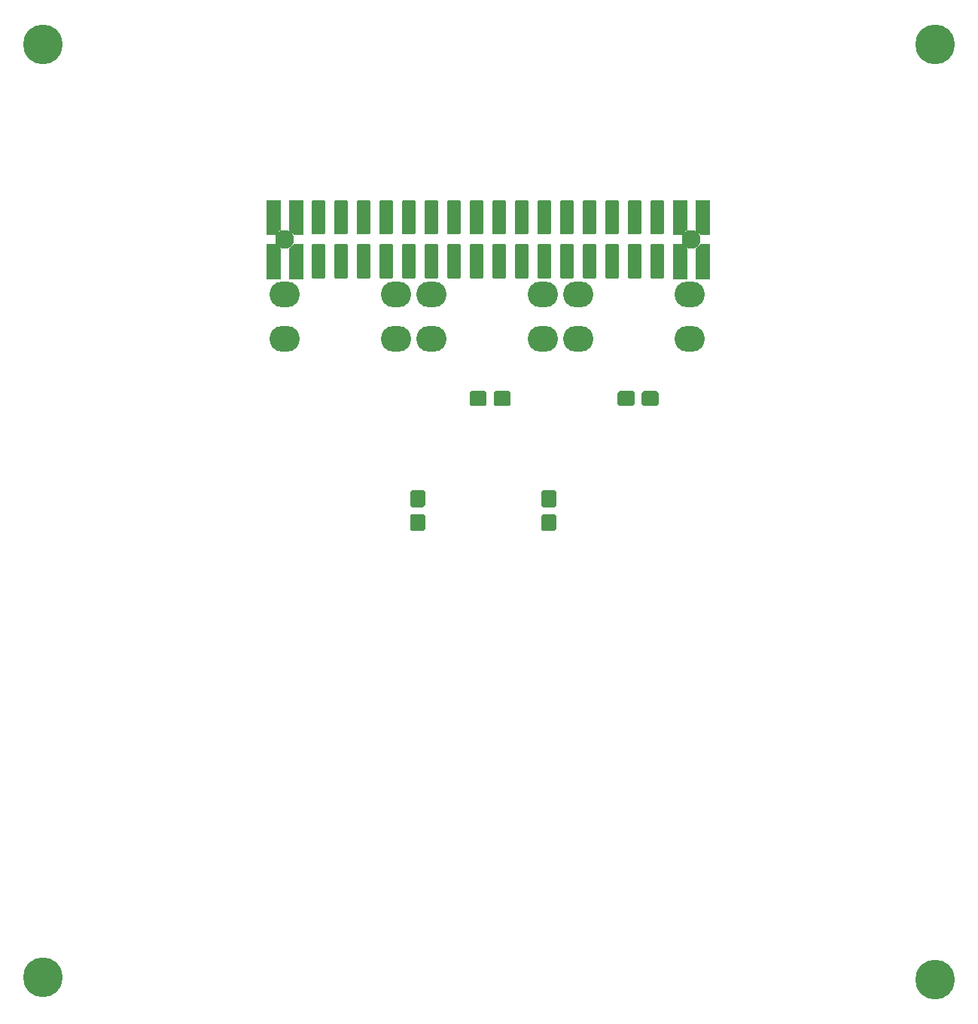
<source format=gbr>
%TF.GenerationSoftware,KiCad,Pcbnew,(5.1.9)-1*%
%TF.CreationDate,2025-05-03T12:54:25-07:00*%
%TF.ProjectId,RADA3K,52414441-334b-42e6-9b69-6361645f7063,rev?*%
%TF.SameCoordinates,Original*%
%TF.FileFunction,Soldermask,Bot*%
%TF.FilePolarity,Negative*%
%FSLAX46Y46*%
G04 Gerber Fmt 4.6, Leading zero omitted, Abs format (unit mm)*
G04 Created by KiCad (PCBNEW (5.1.9)-1) date 2025-05-03 12:54:25*
%MOMM*%
%LPD*%
G01*
G04 APERTURE LIST*
%ADD10C,0.010000*%
%ADD11O,3.400000X2.900000*%
%ADD12C,2.130000*%
%ADD13C,4.464000*%
G04 APERTURE END LIST*
D10*
%TO.C,J1*%
G36*
X61935000Y-51695000D02*
G01*
X61935000Y-47815000D01*
X63405000Y-47815000D01*
X63405000Y-51235000D01*
X62945000Y-51695000D01*
X61935000Y-51695000D01*
G37*
X61935000Y-51695000D02*
X61935000Y-47815000D01*
X63405000Y-47815000D01*
X63405000Y-51235000D01*
X62945000Y-51695000D01*
X61935000Y-51695000D01*
G36*
X61935000Y-52765000D02*
G01*
X61935000Y-56645000D01*
X63405000Y-56645000D01*
X63405000Y-53225000D01*
X62945000Y-52765000D01*
X61935000Y-52765000D01*
G37*
X61935000Y-52765000D02*
X61935000Y-56645000D01*
X63405000Y-56645000D01*
X63405000Y-53225000D01*
X62945000Y-52765000D01*
X61935000Y-52765000D01*
G36*
X65945000Y-51695000D02*
G01*
X65945000Y-47815000D01*
X64475000Y-47815000D01*
X64475000Y-51235000D01*
X64935000Y-51695000D01*
X65945000Y-51695000D01*
G37*
X65945000Y-51695000D02*
X65945000Y-47815000D01*
X64475000Y-47815000D01*
X64475000Y-51235000D01*
X64935000Y-51695000D01*
X65945000Y-51695000D01*
G36*
X65945000Y-52765000D02*
G01*
X65945000Y-56645000D01*
X64475000Y-56645000D01*
X64475000Y-53225000D01*
X64935000Y-52765000D01*
X65945000Y-52765000D01*
G37*
X65945000Y-52765000D02*
X65945000Y-56645000D01*
X64475000Y-56645000D01*
X64475000Y-53225000D01*
X64935000Y-52765000D01*
X65945000Y-52765000D01*
G36*
X107655000Y-51695000D02*
G01*
X107655000Y-47815000D01*
X109125000Y-47815000D01*
X109125000Y-51235000D01*
X108665000Y-51695000D01*
X107655000Y-51695000D01*
G37*
X107655000Y-51695000D02*
X107655000Y-47815000D01*
X109125000Y-47815000D01*
X109125000Y-51235000D01*
X108665000Y-51695000D01*
X107655000Y-51695000D01*
G36*
X107655000Y-52765000D02*
G01*
X107655000Y-56645000D01*
X109125000Y-56645000D01*
X109125000Y-53225000D01*
X108665000Y-52765000D01*
X107655000Y-52765000D01*
G37*
X107655000Y-52765000D02*
X107655000Y-56645000D01*
X109125000Y-56645000D01*
X109125000Y-53225000D01*
X108665000Y-52765000D01*
X107655000Y-52765000D01*
G36*
X111665000Y-51695000D02*
G01*
X111665000Y-47815000D01*
X110195000Y-47815000D01*
X110195000Y-51235000D01*
X110655000Y-51695000D01*
X111665000Y-51695000D01*
G37*
X111665000Y-51695000D02*
X111665000Y-47815000D01*
X110195000Y-47815000D01*
X110195000Y-51235000D01*
X110655000Y-51695000D01*
X111665000Y-51695000D01*
G36*
X111665000Y-52765000D02*
G01*
X111665000Y-56645000D01*
X110195000Y-56645000D01*
X110195000Y-53225000D01*
X110655000Y-52765000D01*
X111665000Y-52765000D01*
G37*
X111665000Y-52765000D02*
X111665000Y-56645000D01*
X110195000Y-56645000D01*
X110195000Y-53225000D01*
X110655000Y-52765000D01*
X111665000Y-52765000D01*
%TD*%
%TO.C,R4*%
G36*
G01*
X78250000Y-80450000D02*
X79550000Y-80450000D01*
G75*
G02*
X79750000Y-80650000I0J-200000D01*
G01*
X79750000Y-82150000D01*
G75*
G02*
X79550000Y-82350000I-200000J0D01*
G01*
X78250000Y-82350000D01*
G75*
G02*
X78050000Y-82150000I0J200000D01*
G01*
X78050000Y-80650000D01*
G75*
G02*
X78250000Y-80450000I200000J0D01*
G01*
G37*
G36*
G01*
X78250000Y-83150000D02*
X79550000Y-83150000D01*
G75*
G02*
X79750000Y-83350000I0J-200000D01*
G01*
X79750000Y-84850000D01*
G75*
G02*
X79550000Y-85050000I-200000J0D01*
G01*
X78250000Y-85050000D01*
G75*
G02*
X78050000Y-84850000I0J200000D01*
G01*
X78050000Y-83350000D01*
G75*
G02*
X78250000Y-83150000I200000J0D01*
G01*
G37*
%TD*%
%TO.C,R3*%
G36*
G01*
X93000000Y-80450000D02*
X94300000Y-80450000D01*
G75*
G02*
X94500000Y-80650000I0J-200000D01*
G01*
X94500000Y-82150000D01*
G75*
G02*
X94300000Y-82350000I-200000J0D01*
G01*
X93000000Y-82350000D01*
G75*
G02*
X92800000Y-82150000I0J200000D01*
G01*
X92800000Y-80650000D01*
G75*
G02*
X93000000Y-80450000I200000J0D01*
G01*
G37*
G36*
G01*
X93000000Y-83150000D02*
X94300000Y-83150000D01*
G75*
G02*
X94500000Y-83350000I0J-200000D01*
G01*
X94500000Y-84850000D01*
G75*
G02*
X94300000Y-85050000I-200000J0D01*
G01*
X93000000Y-85050000D01*
G75*
G02*
X92800000Y-84850000I0J200000D01*
G01*
X92800000Y-83350000D01*
G75*
G02*
X93000000Y-83150000I200000J0D01*
G01*
G37*
%TD*%
D11*
%TO.C,SW3*%
X109505000Y-58400000D03*
X109505000Y-63400000D03*
X97005000Y-58400000D03*
X97005000Y-63400000D03*
%TD*%
%TO.C,SW1*%
X76485000Y-58400000D03*
X76485000Y-63400000D03*
X63985000Y-58400000D03*
X63985000Y-63400000D03*
%TD*%
%TO.C,SW2*%
X92995000Y-58400000D03*
X92995000Y-63400000D03*
X80495000Y-58400000D03*
X80495000Y-63400000D03*
%TD*%
%TO.C,J1*%
G36*
G01*
X68487000Y-47915000D02*
X68487000Y-51595000D01*
G75*
G02*
X68385000Y-51697000I-102000J0D01*
G01*
X67115000Y-51697000D01*
G75*
G02*
X67013000Y-51595000I0J102000D01*
G01*
X67013000Y-47915000D01*
G75*
G02*
X67115000Y-47813000I102000J0D01*
G01*
X68385000Y-47813000D01*
G75*
G02*
X68487000Y-47915000I0J-102000D01*
G01*
G37*
G36*
G01*
X68487000Y-52865000D02*
X68487000Y-56545000D01*
G75*
G02*
X68385000Y-56647000I-102000J0D01*
G01*
X67115000Y-56647000D01*
G75*
G02*
X67013000Y-56545000I0J102000D01*
G01*
X67013000Y-52865000D01*
G75*
G02*
X67115000Y-52763000I102000J0D01*
G01*
X68385000Y-52763000D01*
G75*
G02*
X68487000Y-52865000I0J-102000D01*
G01*
G37*
G36*
G01*
X71027000Y-47915000D02*
X71027000Y-51595000D01*
G75*
G02*
X70925000Y-51697000I-102000J0D01*
G01*
X69655000Y-51697000D01*
G75*
G02*
X69553000Y-51595000I0J102000D01*
G01*
X69553000Y-47915000D01*
G75*
G02*
X69655000Y-47813000I102000J0D01*
G01*
X70925000Y-47813000D01*
G75*
G02*
X71027000Y-47915000I0J-102000D01*
G01*
G37*
G36*
G01*
X71027000Y-52865000D02*
X71027000Y-56545000D01*
G75*
G02*
X70925000Y-56647000I-102000J0D01*
G01*
X69655000Y-56647000D01*
G75*
G02*
X69553000Y-56545000I0J102000D01*
G01*
X69553000Y-52865000D01*
G75*
G02*
X69655000Y-52763000I102000J0D01*
G01*
X70925000Y-52763000D01*
G75*
G02*
X71027000Y-52865000I0J-102000D01*
G01*
G37*
G36*
G01*
X73567000Y-47915000D02*
X73567000Y-51595000D01*
G75*
G02*
X73465000Y-51697000I-102000J0D01*
G01*
X72195000Y-51697000D01*
G75*
G02*
X72093000Y-51595000I0J102000D01*
G01*
X72093000Y-47915000D01*
G75*
G02*
X72195000Y-47813000I102000J0D01*
G01*
X73465000Y-47813000D01*
G75*
G02*
X73567000Y-47915000I0J-102000D01*
G01*
G37*
G36*
G01*
X73567000Y-52865000D02*
X73567000Y-56545000D01*
G75*
G02*
X73465000Y-56647000I-102000J0D01*
G01*
X72195000Y-56647000D01*
G75*
G02*
X72093000Y-56545000I0J102000D01*
G01*
X72093000Y-52865000D01*
G75*
G02*
X72195000Y-52763000I102000J0D01*
G01*
X73465000Y-52763000D01*
G75*
G02*
X73567000Y-52865000I0J-102000D01*
G01*
G37*
G36*
G01*
X76107000Y-47915000D02*
X76107000Y-51595000D01*
G75*
G02*
X76005000Y-51697000I-102000J0D01*
G01*
X74735000Y-51697000D01*
G75*
G02*
X74633000Y-51595000I0J102000D01*
G01*
X74633000Y-47915000D01*
G75*
G02*
X74735000Y-47813000I102000J0D01*
G01*
X76005000Y-47813000D01*
G75*
G02*
X76107000Y-47915000I0J-102000D01*
G01*
G37*
G36*
G01*
X76107000Y-52865000D02*
X76107000Y-56545000D01*
G75*
G02*
X76005000Y-56647000I-102000J0D01*
G01*
X74735000Y-56647000D01*
G75*
G02*
X74633000Y-56545000I0J102000D01*
G01*
X74633000Y-52865000D01*
G75*
G02*
X74735000Y-52763000I102000J0D01*
G01*
X76005000Y-52763000D01*
G75*
G02*
X76107000Y-52865000I0J-102000D01*
G01*
G37*
G36*
G01*
X78647000Y-47915000D02*
X78647000Y-51595000D01*
G75*
G02*
X78545000Y-51697000I-102000J0D01*
G01*
X77275000Y-51697000D01*
G75*
G02*
X77173000Y-51595000I0J102000D01*
G01*
X77173000Y-47915000D01*
G75*
G02*
X77275000Y-47813000I102000J0D01*
G01*
X78545000Y-47813000D01*
G75*
G02*
X78647000Y-47915000I0J-102000D01*
G01*
G37*
G36*
G01*
X78647000Y-52865000D02*
X78647000Y-56545000D01*
G75*
G02*
X78545000Y-56647000I-102000J0D01*
G01*
X77275000Y-56647000D01*
G75*
G02*
X77173000Y-56545000I0J102000D01*
G01*
X77173000Y-52865000D01*
G75*
G02*
X77275000Y-52763000I102000J0D01*
G01*
X78545000Y-52763000D01*
G75*
G02*
X78647000Y-52865000I0J-102000D01*
G01*
G37*
G36*
G01*
X81187000Y-47915000D02*
X81187000Y-51595000D01*
G75*
G02*
X81085000Y-51697000I-102000J0D01*
G01*
X79815000Y-51697000D01*
G75*
G02*
X79713000Y-51595000I0J102000D01*
G01*
X79713000Y-47915000D01*
G75*
G02*
X79815000Y-47813000I102000J0D01*
G01*
X81085000Y-47813000D01*
G75*
G02*
X81187000Y-47915000I0J-102000D01*
G01*
G37*
G36*
G01*
X81187000Y-52865000D02*
X81187000Y-56545000D01*
G75*
G02*
X81085000Y-56647000I-102000J0D01*
G01*
X79815000Y-56647000D01*
G75*
G02*
X79713000Y-56545000I0J102000D01*
G01*
X79713000Y-52865000D01*
G75*
G02*
X79815000Y-52763000I102000J0D01*
G01*
X81085000Y-52763000D01*
G75*
G02*
X81187000Y-52865000I0J-102000D01*
G01*
G37*
G36*
G01*
X83727000Y-47915000D02*
X83727000Y-51595000D01*
G75*
G02*
X83625000Y-51697000I-102000J0D01*
G01*
X82355000Y-51697000D01*
G75*
G02*
X82253000Y-51595000I0J102000D01*
G01*
X82253000Y-47915000D01*
G75*
G02*
X82355000Y-47813000I102000J0D01*
G01*
X83625000Y-47813000D01*
G75*
G02*
X83727000Y-47915000I0J-102000D01*
G01*
G37*
G36*
G01*
X83727000Y-52865000D02*
X83727000Y-56545000D01*
G75*
G02*
X83625000Y-56647000I-102000J0D01*
G01*
X82355000Y-56647000D01*
G75*
G02*
X82253000Y-56545000I0J102000D01*
G01*
X82253000Y-52865000D01*
G75*
G02*
X82355000Y-52763000I102000J0D01*
G01*
X83625000Y-52763000D01*
G75*
G02*
X83727000Y-52865000I0J-102000D01*
G01*
G37*
G36*
G01*
X86267000Y-47915000D02*
X86267000Y-51595000D01*
G75*
G02*
X86165000Y-51697000I-102000J0D01*
G01*
X84895000Y-51697000D01*
G75*
G02*
X84793000Y-51595000I0J102000D01*
G01*
X84793000Y-47915000D01*
G75*
G02*
X84895000Y-47813000I102000J0D01*
G01*
X86165000Y-47813000D01*
G75*
G02*
X86267000Y-47915000I0J-102000D01*
G01*
G37*
G36*
G01*
X86267000Y-52865000D02*
X86267000Y-56545000D01*
G75*
G02*
X86165000Y-56647000I-102000J0D01*
G01*
X84895000Y-56647000D01*
G75*
G02*
X84793000Y-56545000I0J102000D01*
G01*
X84793000Y-52865000D01*
G75*
G02*
X84895000Y-52763000I102000J0D01*
G01*
X86165000Y-52763000D01*
G75*
G02*
X86267000Y-52865000I0J-102000D01*
G01*
G37*
G36*
G01*
X88807000Y-47915000D02*
X88807000Y-51595000D01*
G75*
G02*
X88705000Y-51697000I-102000J0D01*
G01*
X87435000Y-51697000D01*
G75*
G02*
X87333000Y-51595000I0J102000D01*
G01*
X87333000Y-47915000D01*
G75*
G02*
X87435000Y-47813000I102000J0D01*
G01*
X88705000Y-47813000D01*
G75*
G02*
X88807000Y-47915000I0J-102000D01*
G01*
G37*
G36*
G01*
X88807000Y-52865000D02*
X88807000Y-56545000D01*
G75*
G02*
X88705000Y-56647000I-102000J0D01*
G01*
X87435000Y-56647000D01*
G75*
G02*
X87333000Y-56545000I0J102000D01*
G01*
X87333000Y-52865000D01*
G75*
G02*
X87435000Y-52763000I102000J0D01*
G01*
X88705000Y-52763000D01*
G75*
G02*
X88807000Y-52865000I0J-102000D01*
G01*
G37*
G36*
G01*
X91347000Y-47915000D02*
X91347000Y-51595000D01*
G75*
G02*
X91245000Y-51697000I-102000J0D01*
G01*
X89975000Y-51697000D01*
G75*
G02*
X89873000Y-51595000I0J102000D01*
G01*
X89873000Y-47915000D01*
G75*
G02*
X89975000Y-47813000I102000J0D01*
G01*
X91245000Y-47813000D01*
G75*
G02*
X91347000Y-47915000I0J-102000D01*
G01*
G37*
G36*
G01*
X91347000Y-52865000D02*
X91347000Y-56545000D01*
G75*
G02*
X91245000Y-56647000I-102000J0D01*
G01*
X89975000Y-56647000D01*
G75*
G02*
X89873000Y-56545000I0J102000D01*
G01*
X89873000Y-52865000D01*
G75*
G02*
X89975000Y-52763000I102000J0D01*
G01*
X91245000Y-52763000D01*
G75*
G02*
X91347000Y-52865000I0J-102000D01*
G01*
G37*
G36*
G01*
X93887000Y-47915000D02*
X93887000Y-51595000D01*
G75*
G02*
X93785000Y-51697000I-102000J0D01*
G01*
X92515000Y-51697000D01*
G75*
G02*
X92413000Y-51595000I0J102000D01*
G01*
X92413000Y-47915000D01*
G75*
G02*
X92515000Y-47813000I102000J0D01*
G01*
X93785000Y-47813000D01*
G75*
G02*
X93887000Y-47915000I0J-102000D01*
G01*
G37*
G36*
G01*
X93887000Y-52865000D02*
X93887000Y-56545000D01*
G75*
G02*
X93785000Y-56647000I-102000J0D01*
G01*
X92515000Y-56647000D01*
G75*
G02*
X92413000Y-56545000I0J102000D01*
G01*
X92413000Y-52865000D01*
G75*
G02*
X92515000Y-52763000I102000J0D01*
G01*
X93785000Y-52763000D01*
G75*
G02*
X93887000Y-52865000I0J-102000D01*
G01*
G37*
G36*
G01*
X96427000Y-47915000D02*
X96427000Y-51595000D01*
G75*
G02*
X96325000Y-51697000I-102000J0D01*
G01*
X95055000Y-51697000D01*
G75*
G02*
X94953000Y-51595000I0J102000D01*
G01*
X94953000Y-47915000D01*
G75*
G02*
X95055000Y-47813000I102000J0D01*
G01*
X96325000Y-47813000D01*
G75*
G02*
X96427000Y-47915000I0J-102000D01*
G01*
G37*
G36*
G01*
X96427000Y-52865000D02*
X96427000Y-56545000D01*
G75*
G02*
X96325000Y-56647000I-102000J0D01*
G01*
X95055000Y-56647000D01*
G75*
G02*
X94953000Y-56545000I0J102000D01*
G01*
X94953000Y-52865000D01*
G75*
G02*
X95055000Y-52763000I102000J0D01*
G01*
X96325000Y-52763000D01*
G75*
G02*
X96427000Y-52865000I0J-102000D01*
G01*
G37*
G36*
G01*
X98967000Y-47915000D02*
X98967000Y-51595000D01*
G75*
G02*
X98865000Y-51697000I-102000J0D01*
G01*
X97595000Y-51697000D01*
G75*
G02*
X97493000Y-51595000I0J102000D01*
G01*
X97493000Y-47915000D01*
G75*
G02*
X97595000Y-47813000I102000J0D01*
G01*
X98865000Y-47813000D01*
G75*
G02*
X98967000Y-47915000I0J-102000D01*
G01*
G37*
G36*
G01*
X98967000Y-52865000D02*
X98967000Y-56545000D01*
G75*
G02*
X98865000Y-56647000I-102000J0D01*
G01*
X97595000Y-56647000D01*
G75*
G02*
X97493000Y-56545000I0J102000D01*
G01*
X97493000Y-52865000D01*
G75*
G02*
X97595000Y-52763000I102000J0D01*
G01*
X98865000Y-52763000D01*
G75*
G02*
X98967000Y-52865000I0J-102000D01*
G01*
G37*
G36*
G01*
X101507000Y-47915000D02*
X101507000Y-51595000D01*
G75*
G02*
X101405000Y-51697000I-102000J0D01*
G01*
X100135000Y-51697000D01*
G75*
G02*
X100033000Y-51595000I0J102000D01*
G01*
X100033000Y-47915000D01*
G75*
G02*
X100135000Y-47813000I102000J0D01*
G01*
X101405000Y-47813000D01*
G75*
G02*
X101507000Y-47915000I0J-102000D01*
G01*
G37*
G36*
G01*
X101507000Y-52865000D02*
X101507000Y-56545000D01*
G75*
G02*
X101405000Y-56647000I-102000J0D01*
G01*
X100135000Y-56647000D01*
G75*
G02*
X100033000Y-56545000I0J102000D01*
G01*
X100033000Y-52865000D01*
G75*
G02*
X100135000Y-52763000I102000J0D01*
G01*
X101405000Y-52763000D01*
G75*
G02*
X101507000Y-52865000I0J-102000D01*
G01*
G37*
G36*
G01*
X104047000Y-47915000D02*
X104047000Y-51595000D01*
G75*
G02*
X103945000Y-51697000I-102000J0D01*
G01*
X102675000Y-51697000D01*
G75*
G02*
X102573000Y-51595000I0J102000D01*
G01*
X102573000Y-47915000D01*
G75*
G02*
X102675000Y-47813000I102000J0D01*
G01*
X103945000Y-47813000D01*
G75*
G02*
X104047000Y-47915000I0J-102000D01*
G01*
G37*
G36*
G01*
X104047000Y-52865000D02*
X104047000Y-56545000D01*
G75*
G02*
X103945000Y-56647000I-102000J0D01*
G01*
X102675000Y-56647000D01*
G75*
G02*
X102573000Y-56545000I0J102000D01*
G01*
X102573000Y-52865000D01*
G75*
G02*
X102675000Y-52763000I102000J0D01*
G01*
X103945000Y-52763000D01*
G75*
G02*
X104047000Y-52865000I0J-102000D01*
G01*
G37*
G36*
G01*
X106587000Y-47915000D02*
X106587000Y-51595000D01*
G75*
G02*
X106485000Y-51697000I-102000J0D01*
G01*
X105215000Y-51697000D01*
G75*
G02*
X105113000Y-51595000I0J102000D01*
G01*
X105113000Y-47915000D01*
G75*
G02*
X105215000Y-47813000I102000J0D01*
G01*
X106485000Y-47813000D01*
G75*
G02*
X106587000Y-47915000I0J-102000D01*
G01*
G37*
G36*
G01*
X106587000Y-52865000D02*
X106587000Y-56545000D01*
G75*
G02*
X106485000Y-56647000I-102000J0D01*
G01*
X105215000Y-56647000D01*
G75*
G02*
X105113000Y-56545000I0J102000D01*
G01*
X105113000Y-52865000D01*
G75*
G02*
X105215000Y-52763000I102000J0D01*
G01*
X106485000Y-52763000D01*
G75*
G02*
X106587000Y-52865000I0J-102000D01*
G01*
G37*
D12*
X109660000Y-52230000D03*
X63940000Y-52230000D03*
%TD*%
D13*
%TO.C,GND*%
X36791900Y-135242300D03*
%TD*%
%TO.C,GND*%
X137063972Y-135496300D03*
%TD*%
%TO.C,GND*%
X36791900Y-30314900D03*
%TD*%
%TO.C,GND*%
X137063972Y-30314900D03*
%TD*%
%TO.C,R2*%
G36*
G01*
X84750000Y-70800000D02*
X84750000Y-69500000D01*
G75*
G02*
X84950000Y-69300000I200000J0D01*
G01*
X86450000Y-69300000D01*
G75*
G02*
X86650000Y-69500000I0J-200000D01*
G01*
X86650000Y-70800000D01*
G75*
G02*
X86450000Y-71000000I-200000J0D01*
G01*
X84950000Y-71000000D01*
G75*
G02*
X84750000Y-70800000I0J200000D01*
G01*
G37*
G36*
G01*
X87450000Y-70800000D02*
X87450000Y-69500000D01*
G75*
G02*
X87650000Y-69300000I200000J0D01*
G01*
X89150000Y-69300000D01*
G75*
G02*
X89350000Y-69500000I0J-200000D01*
G01*
X89350000Y-70800000D01*
G75*
G02*
X89150000Y-71000000I-200000J0D01*
G01*
X87650000Y-71000000D01*
G75*
G02*
X87450000Y-70800000I0J200000D01*
G01*
G37*
%TD*%
%TO.C,R1*%
G36*
G01*
X101400000Y-70800000D02*
X101400000Y-69500000D01*
G75*
G02*
X101600000Y-69300000I200000J0D01*
G01*
X103100000Y-69300000D01*
G75*
G02*
X103300000Y-69500000I0J-200000D01*
G01*
X103300000Y-70800000D01*
G75*
G02*
X103100000Y-71000000I-200000J0D01*
G01*
X101600000Y-71000000D01*
G75*
G02*
X101400000Y-70800000I0J200000D01*
G01*
G37*
G36*
G01*
X104100000Y-70800000D02*
X104100000Y-69500000D01*
G75*
G02*
X104300000Y-69300000I200000J0D01*
G01*
X105800000Y-69300000D01*
G75*
G02*
X106000000Y-69500000I0J-200000D01*
G01*
X106000000Y-70800000D01*
G75*
G02*
X105800000Y-71000000I-200000J0D01*
G01*
X104300000Y-71000000D01*
G75*
G02*
X104100000Y-70800000I0J200000D01*
G01*
G37*
%TD*%
M02*

</source>
